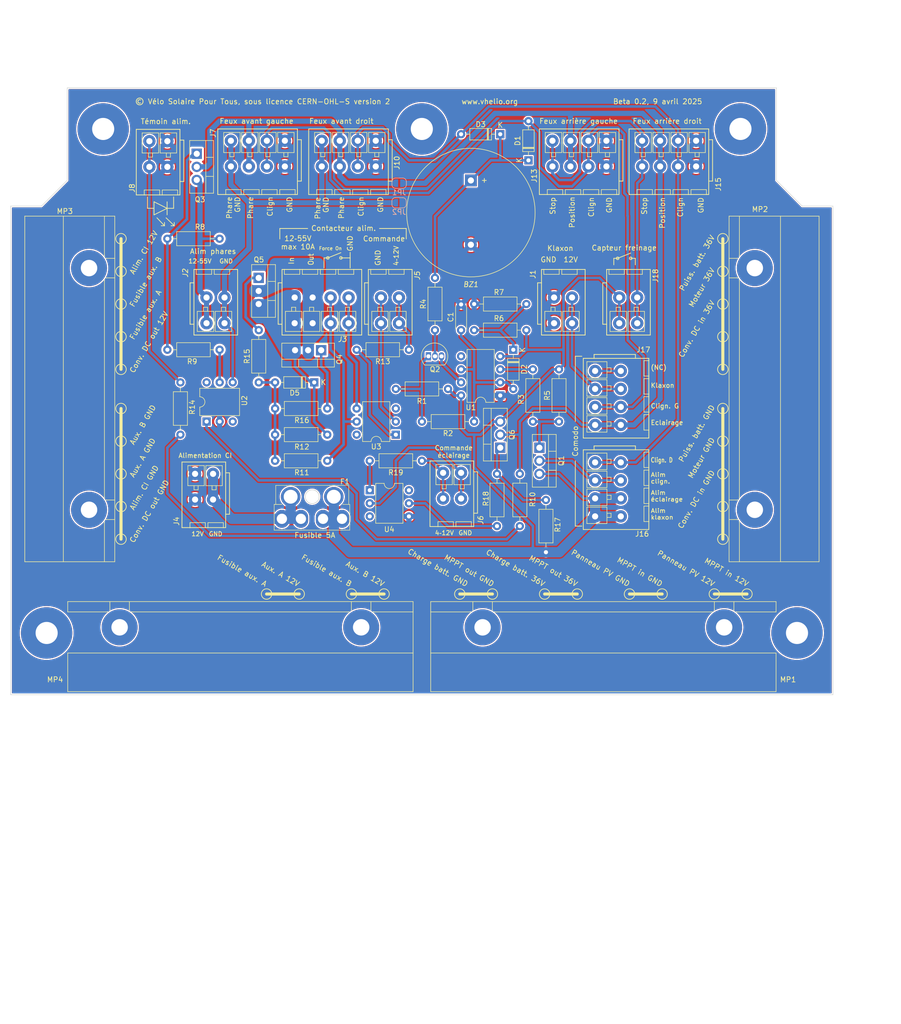
<source format=kicad_pcb>
(kicad_pcb (version 20211014) (generator pcbnew)

  (general
    (thickness 1.6)
  )

  (paper "A4")
  (layers
    (0 "F.Cu" signal)
    (31 "B.Cu" signal)
    (32 "B.Adhes" user "B.Adhesive")
    (33 "F.Adhes" user "F.Adhesive")
    (34 "B.Paste" user)
    (35 "F.Paste" user)
    (36 "B.SilkS" user "B.Silkscreen")
    (37 "F.SilkS" user "F.Silkscreen")
    (38 "B.Mask" user)
    (39 "F.Mask" user)
    (40 "Dwgs.User" user "User.Drawings")
    (41 "Cmts.User" user "User.Comments")
    (42 "Eco1.User" user "User.Eco1")
    (43 "Eco2.User" user "User.Eco2")
    (44 "Edge.Cuts" user)
    (45 "Margin" user)
    (46 "B.CrtYd" user "B.Courtyard")
    (47 "F.CrtYd" user "F.Courtyard")
    (48 "B.Fab" user)
    (49 "F.Fab" user)
    (50 "User.1" user)
    (51 "User.2" user)
    (52 "User.3" user)
    (53 "User.4" user)
    (54 "User.5" user)
    (55 "User.6" user)
    (56 "User.7" user)
    (57 "User.8" user)
    (58 "User.9" user)
  )

  (setup
    (stackup
      (layer "F.SilkS" (type "Top Silk Screen"))
      (layer "F.Paste" (type "Top Solder Paste"))
      (layer "F.Mask" (type "Top Solder Mask") (thickness 0.01))
      (layer "F.Cu" (type "copper") (thickness 0.035))
      (layer "dielectric 1" (type "core") (thickness 1.51) (material "FR4") (epsilon_r 4.5) (loss_tangent 0.02))
      (layer "B.Cu" (type "copper") (thickness 0.035))
      (layer "B.Mask" (type "Bottom Solder Mask") (thickness 0.01))
      (layer "B.Paste" (type "Bottom Solder Paste"))
      (layer "B.SilkS" (type "Bottom Silk Screen"))
      (copper_finish "None")
      (dielectric_constraints no)
    )
    (pad_to_mask_clearance 0)
    (pcbplotparams
      (layerselection 0x00010e0_ffffffff)
      (disableapertmacros false)
      (usegerberextensions false)
      (usegerberattributes true)
      (usegerberadvancedattributes true)
      (creategerberjobfile true)
      (svguseinch false)
      (svgprecision 6)
      (excludeedgelayer true)
      (plotframeref false)
      (viasonmask false)
      (mode 1)
      (useauxorigin false)
      (hpglpennumber 1)
      (hpglpenspeed 20)
      (hpglpendiameter 15.000000)
      (dxfpolygonmode true)
      (dxfimperialunits true)
      (dxfusepcbnewfont true)
      (psnegative false)
      (psa4output false)
      (plotreference true)
      (plotvalue true)
      (plotinvisibletext false)
      (sketchpadsonfab false)
      (subtractmaskfromsilk false)
      (outputformat 1)
      (mirror false)
      (drillshape 0)
      (scaleselection 1)
      (outputdirectory "")
    )
  )

  (net 0 "")
  (net 1 "GND")
  (net 2 "Net-(F1-Pad2)")
  (net 3 "Net-(D1-Pad2)")
  (net 4 "Net-(D3-Pad2)")
  (net 5 "/Phares")
  (net 6 "Net-(J13-Pad4)")
  (net 7 "Net-(J1-Pad2)")
  (net 8 "/Flasher/Out")
  (net 9 "unconnected-(J17-Pad1)")
  (net 10 "/12V_5A")
  (net 11 "/Flasher/Enable")
  (net 12 "/Contacteur Phares/Input")
  (net 13 "/Contacteur Phares/GND")
  (net 14 "/Contacteur Phares/Output")
  (net 15 "Net-(D4-Pad2)")
  (net 16 "/Conv12V_In.Vbatt")
  (net 17 "/Contacteur alim./Input")
  (net 18 "/Contacteur alim./SW_On")
  (net 19 "/Contacteur alim./GND")
  (net 20 "/Contacteur alim./Cmd_GND")
  (net 21 "/Contacteur alim./Cmd_On")
  (net 22 "/Contacteur Eclairage/Cmd_On")
  (net 23 "/Contacteur Eclairage/Cmd_GND")
  (net 24 "Net-(Q4-Pad1)")
  (net 25 "Net-(Q5-Pad1)")
  (net 26 "Net-(C1-Pad1)")
  (net 27 "Net-(D2-Pad1)")
  (net 28 "Net-(D5-Pad2)")
  (net 29 "Net-(Q1-Pad1)")
  (net 30 "Net-(Q2-Pad1)")
  (net 31 "Net-(Q2-Pad2)")
  (net 32 "Net-(Q2-Pad3)")
  (net 33 "Net-(Q3-Pad1)")
  (net 34 "Net-(Q6-Pad1)")
  (net 35 "Net-(R3-Pad1)")
  (net 36 "Net-(R9-Pad2)")
  (net 37 "Net-(R10-Pad1)")
  (net 38 "Net-(R13-Pad1)")
  (net 39 "Net-(R18-Pad2)")
  (net 40 "Net-(R19-Pad1)")
  (net 41 "unconnected-(U1-Pad5)")
  (net 42 "unconnected-(U2-Pad3)")
  (net 43 "unconnected-(U2-Pad6)")
  (net 44 "unconnected-(U3-Pad3)")
  (net 45 "unconnected-(U3-Pad6)")
  (net 46 "unconnected-(U4-Pad3)")
  (net 47 "unconnected-(U4-Pad6)")

  (footprint "circuit:Wago_221-500_SplicingConnectorHolder" (layer "F.Cu") (at 95.25 82.55 90))

  (footprint "circuit:MountingHole_5mm" (layer "F.Cu") (at 87 130))

  (footprint "Resistor_THT:R_Axial_DIN0207_L6.3mm_D2.5mm_P10.16mm_Horizontal" (layer "F.Cu") (at 147.32 74.93))

  (footprint "circuit:Buzzer_25x16_12.5" (layer "F.Cu") (at 169.545 42.01 -90))

  (footprint "Resistor_THT:R_Axial_DIN0207_L6.3mm_D2.5mm_P10.16mm_Horizontal" (layer "F.Cu") (at 174.625 99.06 -90))

  (footprint "Resistor_THT:R_Axial_DIN0207_L6.3mm_D2.5mm_P10.16mm_Horizontal" (layer "F.Cu") (at 180.34 71.12 180))

  (footprint "circuit:TO-220-3_Vertical" (layer "F.Cu") (at 140.415001 75.02 180))

  (footprint "circuit:Generic_FuseHolder_MINI" (layer "F.Cu") (at 144.475 107.805 180))

  (footprint "Resistor_THT:R_Axial_DIN0207_L6.3mm_D2.5mm_P10.16mm_Horizontal" (layer "F.Cu") (at 165.1 82.55 180))

  (footprint "Package_DIP:DIP-8_W7.62mm" (layer "F.Cu") (at 175.26 83.82 180))

  (footprint "circuit:TerminalBlock_Wago_2601-3102_1x02_P3.50mm_Vertical" (layer "F.Cu") (at 119.38 104.06 180))

  (footprint "Resistor_THT:R_Axial_DIN0207_L6.3mm_D2.5mm_P10.16mm_Horizontal" (layer "F.Cu") (at 160.02 88.9))

  (footprint "Resistor_THT:R_Axial_DIN0207_L6.3mm_D2.5mm_P10.16mm_Horizontal" (layer "F.Cu") (at 179.07 109.22 90))

  (footprint "circuit:MountingHole_5mm" (layer "F.Cu") (at 98 32))

  (footprint "circuit:TerminalBlock_Wago_2601-3104_1x04_P3.50mm_Vertical" (layer "F.Cu") (at 195.920004 39.29 180))

  (footprint "circuit:TO-220-3_Vertical" (layer "F.Cu") (at 182.88 93.98 -90))

  (footprint "Resistor_THT:R_Axial_DIN0207_L6.3mm_D2.5mm_P10.16mm_Horizontal" (layer "F.Cu") (at 110.49 74.93))

  (footprint "Diode_THT:D_DO-35_SOD27_P7.62mm_Horizontal" (layer "F.Cu") (at 139.065 81.28 180))

  (footprint "circuit:TerminalBlock_Wago_2601-3104_1x04_P3.50mm_Vertical" (layer "F.Cu") (at 213.370004 39.29 180))

  (footprint "circuit:TO-92L_Inline" (layer "F.Cu") (at 161.29 76.2))

  (footprint "circuit:MountingHole_5mm" (layer "F.Cu") (at 222 32))

  (footprint "Resistor_THT:R_Axial_DIN0207_L6.3mm_D2.5mm_P10.16mm_Horizontal" (layer "F.Cu") (at 131.445 86.36))

  (footprint "circuit:TerminalBlock_Wago_2601-3104_1x04_P3.50mm_Vertical" (layer "F.Cu") (at 133.35 39.29 180))

  (footprint "Diode_THT:D_DO-35_SOD27_P7.62mm_Horizontal" (layer "F.Cu") (at 175.26 33.02 180))

  (footprint "Resistor_THT:R_Axial_DIN0207_L6.3mm_D2.5mm_P10.16mm_Horizontal" (layer "F.Cu") (at 113.03 81.28 -90))

  (footprint "Diode_THT:D_DO-35_SOD27_P7.62mm_Horizontal" (layer "F.Cu") (at 177.8 74.93 -90))

  (footprint "Resistor_THT:R_Axial_DIN0207_L6.3mm_D2.5mm_P10.16mm_Horizontal" (layer "F.Cu") (at 181.61 78.74 -90))

  (footprint "Capacitor_THT:C_Disc_D4.3mm_W1.9mm_P5.00mm" (layer "F.Cu") (at 167.64 71.12 90))

  (footprint "Resistor_THT:R_Axial_DIN0207_L6.3mm_D2.5mm_P10.16mm_Horizontal" (layer "F.Cu") (at 162.56 71.12 90))

  (footprint "circuit:TerminalBlock_Wago_2601-3102_1x02_P3.50mm_Vertical" (layer "F.Cu") (at 152.055 64.77))

  (footprint "Diode_THT:D_DO-35_SOD27_P7.62mm_Horizontal" (layer "F.Cu") (at 180.75 38.1 90))

  (footprint "circuit:TerminalBlock_Wago_2601-3104_1x04_P3.50mm_Vertical" (layer "F.Cu") (at 198.7161 96.829996 -90))

  (footprint "circuit:TO-220-3_Vertical" (layer "F.Cu") (at 116.205 36.83 -90))

  (footprint "circuit:TerminalBlock_Wago_2601-3104_1x04_P3.50mm_Vertical" (layer "F.Cu") (at 135.255 64.77))

  (footprint "circuit:Wago_221-500_SplicingConnectorHolder" (layer "F.Cu") (at 224.79 82.55 -90))

  (footprint "Package_DIP:DIP-6_W7.62mm" (layer "F.Cu") (at 154.94 91.44 180))

  (footprint "circuit:MountingHole_5mm" (layer "F.Cu") (at 160 32))

  (footprint "circuit:TerminalBlock_Wago_2601-3102_1x02_P3.50mm_Vertical" (layer "F.Cu")
    (tedit 67E5B582) (tstamp ad280681-52bf-4c8b-ac2c-9709ca177a8f)
    (at 110.49 39.37 180)
    (tags "Wago 2601-3102")
    (property "Sheetfile" "circuit.kicad_sch")
    (property "Sheetname" "")
    (path "/6e9cd9b5-2cb7-48b8-855f-32619e72c0d6")
    (attr through_hole)
    (fp_text reference "J8" (at 6.858 -5.08 90 unlocked) (layer "F.SilkS")
      (effects (font (size 1 1) (thickness 0.15)) (justify left))
      (tstamp 01e6719e-9dcc-49b4-83bd-29865c70ede1)
    )
    (fp_text value "Conn_Indicateur_Alim" (at 6.35 12.7 180 unlocked) (layer "F.Fab")
      (effects (font (size 1 1) (thickness 0.15)))
      (tstamp 226ba779-52a5-430e-8724-687eedb9994a)
    )
    (fp_text user "${REFERENCE}" (at -2.54 8.89 180 unlocked) (layer "F.Fab")
      (effects (font (size 1 1) (thickness 0.15)) (justify left))
      (tstamp 66b292fe-b076-4a06-a7c0-1ada692a3a1c)
    )
    (fp_line (start 0.200004 2.7) (end 0.200004 1.9) (layer "F.SilkS") (width 0.12) (tstamp 055344df-a143-4136-b771-d336538fb7af))
    (fp_line (start 6.050002 -5.449999) (end 6.050002 7.300001) (layer "F.SilkS") (width 0.1524) (tstamp 0bf7f6d2-f9ad-418f-a859-2bdac7c5ae6a))
    (fp_line (start 1.000004 -4.5) (end -1.999996 -4.5) (layer "F.SilkS") (width 0.12) (tstamp 172a5f2e-4b05-4695-a29c-fa4177c4b3cb))
    (fp_line (start -1.799996 2.7) (end 1.400004 2.7) (layer "F.SilkS") (width 0.12) (tstamp 2bda51c6-7fa4-46ce-ae16-9432d8e95181))
    (fp_line (start -2.449999 -5.449999) (end 6.050002 -5.449999) (layer "F.SilkS") (width 0.1524) (tstamp 2fe5d3e2-bddb-4587-bded-427cfce568b9))
    (fp_line (start -2.449998 -2.849999) (end -3.199999 -2.849999) (layer "F.SilkS") (width 0.1524) (tstamp 37130413-1809-47b9-8303-cea1ae047af6))
    (fp_line (start 1.400004 6.6) (end -1.799996 6.6) (layer "F.SilkS") (width 0.12) (tstamp 3e95dbad-cf0c-49ac-9feb-4e066d548718))
    (fp_line (start 1.500004 -4.5) (end 1.500004 -5.5) (layer "F.SilkS") (width 0.12) (tstamp 447f988c-93f8-4098-90d3-450e5b33e37e))
    (fp_line (start -2.449998 5.2) (end -3.199999 5.2) (layer "F.SilkS") (width 0.1524) (tstamp 480dd182-3993-417f-8df5-e200a1f80d68))
    (fp_line (start 1.700004 2.7) (end 4.900004 2.7) (layer "F.SilkS") (width 0.12) (tstamp 51a339e0-742b-4f55-ac2a-68cbce2af206))
    (fp_line (start 4.500004 -4.5) (end 1.500004 -4.5) (layer "F.SilkS") (width 0.12) (tstamp 5cc9ce62-9d95-47ab-92a1-556a194f8c63))
    (fp_line (start 4.900004 6.6) (end 1.700004 6.6) (layer "F.SilkS") (width 0.12) (tstamp 6b8e3659-a647-4450-8987-9cf793c52fd5))
    (fp_line (start -2.449999 7.300001) (end -2.449999 -5.449999) (layer "F.SilkS") (width 0.1524) (tstamp 6f53efb7-db48-45d9-80c1-507b9960ad08))
    (fp_line (start 3.700004 1.9) (end 2.900004 1.9) (layer "F.SilkS") (width 0.12) (tstamp 84bb1473-531d-4720-ba3b-1fc557b46054))
    (fp_line (start 4.900004 2.7) (end 4.900004 6.6) (layer "F.SilkS") (width 0.12) (tstamp 874081a4-b3f7-4615-9506-53da689e2116))
    (fp_line (start -1.999996 -4.5) (end -1.999996 -5.5) (layer "F.SilkS") (width 0.12) (tstamp 890b243b-b04d-4f29-ab51-41f7ecadcda7))
    (fp_line (start 1.400004 2.7) (end 1.400004 6.6) (layer "F.SilkS") (width 0.12) (tstamp 9a0efaaf-2136-4026-b3c2-edfb6e83a75f))
    (fp_line (start 1.000004 -5.5) (end 1.000004 -4.5) (layer "F.SilkS") (width 0.12) (tstamp aa41a8c3-0e56-44b4-a82b-0213f5a70b0a))
    (fp_line (start 3.700004 2.7) (end 3.700004 1.9) (layer "F.SilkS") (width 0.12) (tstamp c0508555-6424-4fad-9226-ea42a1633de9))
    (fp_line (start 2.900004 1.9) (end 2.900004 2.7) (layer "F.SilkS") (width 0.12) (tstamp c37f20c4-30c5-4386-b6e8-dfff5caa39b4))
    (fp_line (start 4.500004 -5.5) (end 4.500004 -4.5) (layer "F.SilkS") (width 0.12) (tstamp c3a8f970-2a4a-4a9c-b215-e4de5eebaf7d))
    (fp_line (start -1.799996 6.6) (end -1.799996 2.7) (layer "F.SilkS") (width 0.12) (tstamp cf2c6647-6755-4742-aaa1-c5903da09b5e))
    (fp_line (start -2.449999 7.300001) (end 6.050002 7.300001) (layer "F.SilkS") (width 0.1524) (tstamp d52c2de8-ba2b-4089-b214-05a4b7a1c4e9))
    (fp_line (start -3.199999 5.2) (end -3.199999 -2.849999) (layer "F.SilkS") (width 0.1524) (tstamp e7635299-8a9a-43d3-8b3b-95319ccda23b))
    (fp_line (start 0.200004 1.9) (end -0.599996 1.9) (layer "F.SilkS") (width 0.12) (tstamp eaa75a45-f2f9-4305-98ea-dd8a5d8f3404))
    (fp_line (start -0.599996 1.9) (end -0.599996 2.7) (layer "F.SilkS") (width 0.12) (tstamp f1ea6538-b56f-40f6-b846-910db16dc20a))
    (fp_line (start 1.700004 6.6) (end 1.700004 2.7) (layer "F.SilkS") (width 0.12) (tstamp fbb1d5ec-8996-4f56-8e52-da703f4d2e64))
    (fp_line (start -3.453998 7.554001) (end 6.304002 7.554001) (layer "F.CrtYd") (width 0.1524) (tstamp 036dd9cc-d33e-4cbc-95b3-3504fede4aec))
    (fp_line (start 6.304002 7.554001) (end 6.304002 -5.703999) (layer "F.CrtYd") (width 0.1524) (tstamp 2be1ad9c-f5ad-4393-8d1b-255265215f24))
    (fp_line (start 6.304002 -5.703999) (end -3.453998 -5.703999) (layer "F.CrtYd") (width 0.1524) (tstamp 46255798-4fe0-48db-95bb-e8657595928f))
    (fp_line (start -3.453998 -5.703999) (end -3.453998 7.554001) (layer "F.CrtYd") (width 0.1524) (tstamp fad1fd43-7d33-4667-863c-8ca08b2707f7))
    (fp_line (start 1.000004 -13.5) (end -1.999996 -13.5) (layer "F.Fab") (width 0.1) (tstamp 084b8c5d-9271-4ac8-85c9-4061ca2c5241))
    (fp_line (start -1.999996 -13.5) (end -1.999996 -5.5) (layer "F.Fab") (width 0.1) (tstamp 1e9e3dc3-60cb-4dbd-9950-5015d3a5554c))
    (fp_line (start -2.449999 -5.449999) (end 6.05 -5.45) (layer "F.Fab") (width 0.0254) (tstamp 20e0f39f-a516-4513-b954-687df20c7938))
    (fp_line (start 1.500004 -5.5) (end 4.500004 -5.5) (layer "F.Fab") (width 0.1) (tstamp 281e3047-1dee-4c1f-abcc-3ec78c07b9d2))
    (fp_line (start -2.449998 -2.849999) (end -3.199999 -2.849999) (layer "F.Fab") (width 0.0254) (tstamp 2838e18b-615f-4dc1-a560-afebf8a14ac0))
    (fp_line (start 1.500004 -13.5) (end 1.500004 -5.5) (layer "F.Fab") (width 0.1) (tstamp 375a73bc-0e9f-4b07-be05-baa0ea4834df))
    (fp_line (start -2.449999 7.300001) (end 6.05 7.3) (layer "F.Fab") (width 0.0254) (tstamp 47e7736f-c1e0-4e8f-9d69-5a42b72ff067))
    (fp_line (start 4.500004 -13.5) (end 1.500004 -13.5) (layer "F.Fab") (width 0.1) (tstamp 862dc70f-7dc2-4117-aa37-5ef6063c3df4))
    (fp_line (start -1.999996 -5.5) (end 1.000004 -5.5) (layer "F.Fab") (width 0.1) (tstamp a264b89d-0a12-4e75-9c30-5e3d238c19e2))
    (fp_line (start 4.500004 -5.5) (end 4.500004 -13.5) (layer "F.Fab") (width 0.1) (tstamp a57a00d3-d2f9-406e-8339-5cc2aa251b6a))
    (fp_line (start -3.199999 5.2) (end -3.199999 -2.849999) (layer "F.Fab") (width 0.0254) (tstamp c25e5526-d36c-4326-a80b-e065b988306c))
    (fp_line (start 6.05 -5.45) (end 6.05 7.3) (layer "F.Fab") (width 0.0254) (tstamp d70b3483-f6ee-4d0e-af72-efbabafa5502))
    (fp_line (start 1.000004 -5.5) (end 1.000004 -13.5) (layer "F.Fab") (width 0.1) (tstamp db13f834-9398-4491-8f81-d656a6ff9ec3))
    (fp_line (start -2.449998 5.2) (end -3.199999 5.2) (layer "F.Fab") (width 0.0254) (tstamp dca10a6c-b513-45f6-bfa6-c3d42471561a))
    (fp_line (start -2.449999 7.300001) (end -2.449999 -5.449999) (layer "F.Fab") (width 0.0254) (tstamp eb190e03-2594-4691-9d6e-1bfdf1facede))
    (pad "1" thru_hole circle (at 0 5 180) (size 2.4 2.4) (drill 1.2) (layers *.Cu *.Mask)
      (net 1 "GND") (pinfunction "-") (pintype "power_in") (tstamp 10bcd881-4b05-4ea6-bdb8-d4bc42a44033))
    (pad "1" thru_hole circle (at 0 0 180) (size 2.4 2.4) (drill 1.2) (layers *.Cu *.Mask)
      (net 1 "GND") (pinfunction "-") (pintype "power_in") (tstamp 52477310-b288-4772-903b-6aa290fc40f8))
    (pad "2" thru_hole circle (at 3.500003 0 180) (size 2.4 2.4) (drill 1.2) (layers *.Cu *.Mask)
      (net 15 "Net-(D4-Pad2)") (pinfunction "+") (pintype "passive") (tstamp 51b7dceb-
... [1635853 chars truncated]
</source>
